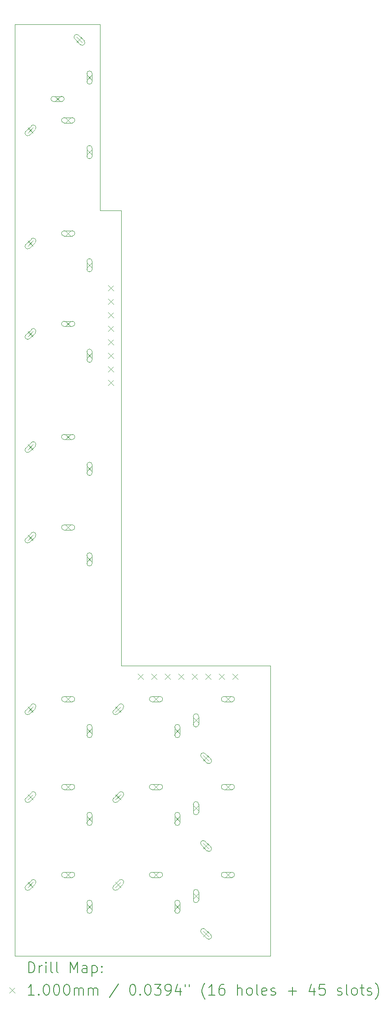
<source format=gbr>
%TF.GenerationSoftware,KiCad,Pcbnew,9.0.0*%
%TF.CreationDate,2025-03-15T22:53:49+01:00*%
%TF.ProjectId,DMH_Multiverter_Mk2_PCB_Conn,444d485f-4d75-46c7-9469-766572746572,1*%
%TF.SameCoordinates,Original*%
%TF.FileFunction,Drillmap*%
%TF.FilePolarity,Positive*%
%FSLAX45Y45*%
G04 Gerber Fmt 4.5, Leading zero omitted, Abs format (unit mm)*
G04 Created by KiCad (PCBNEW 9.0.0) date 2025-03-15 22:53:49*
%MOMM*%
%LPD*%
G01*
G04 APERTURE LIST*
%ADD10C,0.050000*%
%ADD11C,0.200000*%
%ADD12C,0.100000*%
G04 APERTURE END LIST*
D10*
X7100000Y-16300000D02*
X9900000Y-16300000D01*
X6700000Y-4250000D02*
X6700000Y-7750000D01*
X5100000Y-21750000D02*
X5100000Y-4250000D01*
X5100000Y-4250000D02*
X6700000Y-4250000D01*
X9900000Y-16300000D02*
X9900000Y-21750000D01*
X7100000Y-16300000D02*
X7100000Y-7750000D01*
X6700000Y-7750000D02*
X7100000Y-7750000D01*
X9900000Y-21750000D02*
X5100000Y-21750000D01*
D11*
D12*
X5340381Y-6190381D02*
X5440381Y-6290381D01*
X5440381Y-6190381D02*
X5340381Y-6290381D01*
X5408059Y-6151993D02*
X5301993Y-6258059D01*
X5372703Y-6328769D02*
G75*
G02*
X5301993Y-6258059I-35355J35355D01*
G01*
X5372703Y-6328769D02*
X5478769Y-6222703D01*
X5478769Y-6222703D02*
G75*
G03*
X5408059Y-6151993I-35355J35355D01*
G01*
X5340381Y-8315381D02*
X5440381Y-8415381D01*
X5440381Y-8315381D02*
X5340381Y-8415381D01*
X5408059Y-8276993D02*
X5301993Y-8383059D01*
X5372703Y-8453769D02*
G75*
G02*
X5301993Y-8383059I-35355J35355D01*
G01*
X5372703Y-8453769D02*
X5478769Y-8347703D01*
X5478769Y-8347703D02*
G75*
G03*
X5408059Y-8276993I-35355J35355D01*
G01*
X5340381Y-10015381D02*
X5440381Y-10115381D01*
X5440381Y-10015381D02*
X5340381Y-10115381D01*
X5408059Y-9976993D02*
X5301993Y-10083059D01*
X5372703Y-10153769D02*
G75*
G02*
X5301993Y-10083059I-35355J35355D01*
G01*
X5372703Y-10153769D02*
X5478769Y-10047703D01*
X5478769Y-10047703D02*
G75*
G03*
X5408059Y-9976993I-35355J35355D01*
G01*
X5340381Y-12140381D02*
X5440381Y-12240381D01*
X5440381Y-12140381D02*
X5340381Y-12240381D01*
X5408059Y-12101993D02*
X5301993Y-12208059D01*
X5372703Y-12278769D02*
G75*
G02*
X5301993Y-12208059I-35355J35355D01*
G01*
X5372703Y-12278769D02*
X5478769Y-12172703D01*
X5478769Y-12172703D02*
G75*
G03*
X5408059Y-12101993I-35355J35355D01*
G01*
X5340381Y-13840381D02*
X5440381Y-13940381D01*
X5440381Y-13840381D02*
X5340381Y-13940381D01*
X5408059Y-13801993D02*
X5301993Y-13908059D01*
X5372703Y-13978769D02*
G75*
G02*
X5301993Y-13908059I-35355J35355D01*
G01*
X5372703Y-13978769D02*
X5478769Y-13872703D01*
X5478769Y-13872703D02*
G75*
G03*
X5408059Y-13801993I-35355J35355D01*
G01*
X5340381Y-17065381D02*
X5440381Y-17165381D01*
X5440381Y-17065381D02*
X5340381Y-17165381D01*
X5408059Y-17026993D02*
X5301993Y-17133059D01*
X5372703Y-17203769D02*
G75*
G02*
X5301993Y-17133059I-35355J35355D01*
G01*
X5372703Y-17203769D02*
X5478769Y-17097703D01*
X5478769Y-17097703D02*
G75*
G03*
X5408059Y-17026993I-35355J35355D01*
G01*
X5340381Y-18715381D02*
X5440381Y-18815381D01*
X5440381Y-18715381D02*
X5340381Y-18815381D01*
X5408059Y-18676993D02*
X5301993Y-18783059D01*
X5372703Y-18853769D02*
G75*
G02*
X5301993Y-18783059I-35355J35355D01*
G01*
X5372703Y-18853769D02*
X5478769Y-18747703D01*
X5478769Y-18747703D02*
G75*
G03*
X5408059Y-18676993I-35355J35355D01*
G01*
X5340381Y-20365381D02*
X5440381Y-20465381D01*
X5440381Y-20365381D02*
X5340381Y-20465381D01*
X5408059Y-20326993D02*
X5301993Y-20433059D01*
X5372703Y-20503769D02*
G75*
G02*
X5301993Y-20433059I-35355J35355D01*
G01*
X5372703Y-20503769D02*
X5478769Y-20397703D01*
X5478769Y-20397703D02*
G75*
G03*
X5408059Y-20326993I-35355J35355D01*
G01*
X5850000Y-5600000D02*
X5950000Y-5700000D01*
X5950000Y-5600000D02*
X5850000Y-5700000D01*
X5975000Y-5600000D02*
X5825000Y-5600000D01*
X5825000Y-5700000D02*
G75*
G02*
X5825000Y-5600000I0J50000D01*
G01*
X5825000Y-5700000D02*
X5975000Y-5700000D01*
X5975000Y-5700000D02*
G75*
G03*
X5975000Y-5600000I0J50000D01*
G01*
X6050000Y-6000000D02*
X6150000Y-6100000D01*
X6150000Y-6000000D02*
X6050000Y-6100000D01*
X6025000Y-6100000D02*
X6175000Y-6100000D01*
X6175000Y-6000000D02*
G75*
G02*
X6175000Y-6100000I0J-50000D01*
G01*
X6175000Y-6000000D02*
X6025000Y-6000000D01*
X6025000Y-6000000D02*
G75*
G03*
X6025000Y-6100000I0J-50000D01*
G01*
X6050000Y-8125000D02*
X6150000Y-8225000D01*
X6150000Y-8125000D02*
X6050000Y-8225000D01*
X6025000Y-8225000D02*
X6175000Y-8225000D01*
X6175000Y-8125000D02*
G75*
G02*
X6175000Y-8225000I0J-50000D01*
G01*
X6175000Y-8125000D02*
X6025000Y-8125000D01*
X6025000Y-8125000D02*
G75*
G03*
X6025000Y-8225000I0J-50000D01*
G01*
X6050000Y-9825000D02*
X6150000Y-9925000D01*
X6150000Y-9825000D02*
X6050000Y-9925000D01*
X6025000Y-9925000D02*
X6175000Y-9925000D01*
X6175000Y-9825000D02*
G75*
G02*
X6175000Y-9925000I0J-50000D01*
G01*
X6175000Y-9825000D02*
X6025000Y-9825000D01*
X6025000Y-9825000D02*
G75*
G03*
X6025000Y-9925000I0J-50000D01*
G01*
X6050000Y-11950000D02*
X6150000Y-12050000D01*
X6150000Y-11950000D02*
X6050000Y-12050000D01*
X6025000Y-12050000D02*
X6175000Y-12050000D01*
X6175000Y-11950000D02*
G75*
G02*
X6175000Y-12050000I0J-50000D01*
G01*
X6175000Y-11950000D02*
X6025000Y-11950000D01*
X6025000Y-11950000D02*
G75*
G03*
X6025000Y-12050000I0J-50000D01*
G01*
X6050000Y-13650000D02*
X6150000Y-13750000D01*
X6150000Y-13650000D02*
X6050000Y-13750000D01*
X6025000Y-13750000D02*
X6175000Y-13750000D01*
X6175000Y-13650000D02*
G75*
G02*
X6175000Y-13750000I0J-50000D01*
G01*
X6175000Y-13650000D02*
X6025000Y-13650000D01*
X6025000Y-13650000D02*
G75*
G03*
X6025000Y-13750000I0J-50000D01*
G01*
X6050000Y-16875000D02*
X6150000Y-16975000D01*
X6150000Y-16875000D02*
X6050000Y-16975000D01*
X6025000Y-16975000D02*
X6175000Y-16975000D01*
X6175000Y-16875000D02*
G75*
G02*
X6175000Y-16975000I0J-50000D01*
G01*
X6175000Y-16875000D02*
X6025000Y-16875000D01*
X6025000Y-16875000D02*
G75*
G03*
X6025000Y-16975000I0J-50000D01*
G01*
X6050000Y-18525000D02*
X6150000Y-18625000D01*
X6150000Y-18525000D02*
X6050000Y-18625000D01*
X6025000Y-18625000D02*
X6175000Y-18625000D01*
X6175000Y-18525000D02*
G75*
G02*
X6175000Y-18625000I0J-50000D01*
G01*
X6175000Y-18525000D02*
X6025000Y-18525000D01*
X6025000Y-18525000D02*
G75*
G03*
X6025000Y-18625000I0J-50000D01*
G01*
X6050000Y-20175000D02*
X6150000Y-20275000D01*
X6150000Y-20175000D02*
X6050000Y-20275000D01*
X6025000Y-20275000D02*
X6175000Y-20275000D01*
X6175000Y-20175000D02*
G75*
G02*
X6175000Y-20275000I0J-50000D01*
G01*
X6175000Y-20175000D02*
X6025000Y-20175000D01*
X6025000Y-20175000D02*
G75*
G03*
X6025000Y-20275000I0J-50000D01*
G01*
X6259619Y-4490381D02*
X6359619Y-4590381D01*
X6359619Y-4490381D02*
X6259619Y-4590381D01*
X6398007Y-4558059D02*
X6291941Y-4451993D01*
X6221231Y-4522703D02*
G75*
G02*
X6291941Y-4451993I35355J35355D01*
G01*
X6221231Y-4522703D02*
X6327297Y-4628769D01*
X6327297Y-4628769D02*
G75*
G03*
X6398007Y-4558059I35355J35355D01*
G01*
X6450000Y-5200000D02*
X6550000Y-5300000D01*
X6550000Y-5200000D02*
X6450000Y-5300000D01*
X6450000Y-5175000D02*
X6450000Y-5325000D01*
X6550000Y-5325000D02*
G75*
G02*
X6450000Y-5325000I-50000J0D01*
G01*
X6550000Y-5325000D02*
X6550000Y-5175000D01*
X6550000Y-5175000D02*
G75*
G03*
X6450000Y-5175000I-50000J0D01*
G01*
X6450000Y-6600000D02*
X6550000Y-6700000D01*
X6550000Y-6600000D02*
X6450000Y-6700000D01*
X6450000Y-6575000D02*
X6450000Y-6725000D01*
X6550000Y-6725000D02*
G75*
G02*
X6450000Y-6725000I-50000J0D01*
G01*
X6550000Y-6725000D02*
X6550000Y-6575000D01*
X6550000Y-6575000D02*
G75*
G03*
X6450000Y-6575000I-50000J0D01*
G01*
X6450000Y-8725000D02*
X6550000Y-8825000D01*
X6550000Y-8725000D02*
X6450000Y-8825000D01*
X6450000Y-8700000D02*
X6450000Y-8850000D01*
X6550000Y-8850000D02*
G75*
G02*
X6450000Y-8850000I-50000J0D01*
G01*
X6550000Y-8850000D02*
X6550000Y-8700000D01*
X6550000Y-8700000D02*
G75*
G03*
X6450000Y-8700000I-50000J0D01*
G01*
X6450000Y-10425000D02*
X6550000Y-10525000D01*
X6550000Y-10425000D02*
X6450000Y-10525000D01*
X6450000Y-10400000D02*
X6450000Y-10550000D01*
X6550000Y-10550000D02*
G75*
G02*
X6450000Y-10550000I-50000J0D01*
G01*
X6550000Y-10550000D02*
X6550000Y-10400000D01*
X6550000Y-10400000D02*
G75*
G03*
X6450000Y-10400000I-50000J0D01*
G01*
X6450000Y-12550000D02*
X6550000Y-12650000D01*
X6550000Y-12550000D02*
X6450000Y-12650000D01*
X6450000Y-12525000D02*
X6450000Y-12675000D01*
X6550000Y-12675000D02*
G75*
G02*
X6450000Y-12675000I-50000J0D01*
G01*
X6550000Y-12675000D02*
X6550000Y-12525000D01*
X6550000Y-12525000D02*
G75*
G03*
X6450000Y-12525000I-50000J0D01*
G01*
X6450000Y-14250000D02*
X6550000Y-14350000D01*
X6550000Y-14250000D02*
X6450000Y-14350000D01*
X6450000Y-14225000D02*
X6450000Y-14375000D01*
X6550000Y-14375000D02*
G75*
G02*
X6450000Y-14375000I-50000J0D01*
G01*
X6550000Y-14375000D02*
X6550000Y-14225000D01*
X6550000Y-14225000D02*
G75*
G03*
X6450000Y-14225000I-50000J0D01*
G01*
X6450000Y-17475000D02*
X6550000Y-17575000D01*
X6550000Y-17475000D02*
X6450000Y-17575000D01*
X6450000Y-17450000D02*
X6450000Y-17600000D01*
X6550000Y-17600000D02*
G75*
G02*
X6450000Y-17600000I-50000J0D01*
G01*
X6550000Y-17600000D02*
X6550000Y-17450000D01*
X6550000Y-17450000D02*
G75*
G03*
X6450000Y-17450000I-50000J0D01*
G01*
X6450000Y-19125000D02*
X6550000Y-19225000D01*
X6550000Y-19125000D02*
X6450000Y-19225000D01*
X6450000Y-19100000D02*
X6450000Y-19250000D01*
X6550000Y-19250000D02*
G75*
G02*
X6450000Y-19250000I-50000J0D01*
G01*
X6550000Y-19250000D02*
X6550000Y-19100000D01*
X6550000Y-19100000D02*
G75*
G03*
X6450000Y-19100000I-50000J0D01*
G01*
X6450000Y-20775000D02*
X6550000Y-20875000D01*
X6550000Y-20775000D02*
X6450000Y-20875000D01*
X6450000Y-20750000D02*
X6450000Y-20900000D01*
X6550000Y-20900000D02*
G75*
G02*
X6450000Y-20900000I-50000J0D01*
G01*
X6550000Y-20900000D02*
X6550000Y-20750000D01*
X6550000Y-20750000D02*
G75*
G03*
X6450000Y-20750000I-50000J0D01*
G01*
X6850000Y-9150000D02*
X6950000Y-9250000D01*
X6950000Y-9150000D02*
X6850000Y-9250000D01*
X6850000Y-9404000D02*
X6950000Y-9504000D01*
X6950000Y-9404000D02*
X6850000Y-9504000D01*
X6850000Y-9658000D02*
X6950000Y-9758000D01*
X6950000Y-9658000D02*
X6850000Y-9758000D01*
X6850000Y-9912000D02*
X6950000Y-10012000D01*
X6950000Y-9912000D02*
X6850000Y-10012000D01*
X6850000Y-10166000D02*
X6950000Y-10266000D01*
X6950000Y-10166000D02*
X6850000Y-10266000D01*
X6850000Y-10420000D02*
X6950000Y-10520000D01*
X6950000Y-10420000D02*
X6850000Y-10520000D01*
X6850000Y-10674000D02*
X6950000Y-10774000D01*
X6950000Y-10674000D02*
X6850000Y-10774000D01*
X6850000Y-10928000D02*
X6950000Y-11028000D01*
X6950000Y-10928000D02*
X6850000Y-11028000D01*
X6990381Y-17065381D02*
X7090381Y-17165381D01*
X7090381Y-17065381D02*
X6990381Y-17165381D01*
X7058059Y-17026993D02*
X6951993Y-17133059D01*
X7022703Y-17203769D02*
G75*
G02*
X6951993Y-17133059I-35355J35355D01*
G01*
X7022703Y-17203769D02*
X7128769Y-17097703D01*
X7128769Y-17097703D02*
G75*
G03*
X7058059Y-17026993I-35355J35355D01*
G01*
X6990381Y-18715381D02*
X7090381Y-18815381D01*
X7090381Y-18715381D02*
X6990381Y-18815381D01*
X7058059Y-18676993D02*
X6951993Y-18783059D01*
X7022703Y-18853769D02*
G75*
G02*
X6951993Y-18783059I-35355J35355D01*
G01*
X7022703Y-18853769D02*
X7128769Y-18747703D01*
X7128769Y-18747703D02*
G75*
G03*
X7058059Y-18676993I-35355J35355D01*
G01*
X6990381Y-20365381D02*
X7090381Y-20465381D01*
X7090381Y-20365381D02*
X6990381Y-20465381D01*
X7058059Y-20326993D02*
X6951993Y-20433059D01*
X7022703Y-20503769D02*
G75*
G02*
X6951993Y-20433059I-35355J35355D01*
G01*
X7022703Y-20503769D02*
X7128769Y-20397703D01*
X7128769Y-20397703D02*
G75*
G03*
X7058059Y-20326993I-35355J35355D01*
G01*
X7409500Y-16447500D02*
X7509500Y-16547500D01*
X7509500Y-16447500D02*
X7409500Y-16547500D01*
X7663500Y-16447500D02*
X7763500Y-16547500D01*
X7763500Y-16447500D02*
X7663500Y-16547500D01*
X7700000Y-16875000D02*
X7800000Y-16975000D01*
X7800000Y-16875000D02*
X7700000Y-16975000D01*
X7675000Y-16975000D02*
X7825000Y-16975000D01*
X7825000Y-16875000D02*
G75*
G02*
X7825000Y-16975000I0J-50000D01*
G01*
X7825000Y-16875000D02*
X7675000Y-16875000D01*
X7675000Y-16875000D02*
G75*
G03*
X7675000Y-16975000I0J-50000D01*
G01*
X7700000Y-18525000D02*
X7800000Y-18625000D01*
X7800000Y-18525000D02*
X7700000Y-18625000D01*
X7675000Y-18625000D02*
X7825000Y-18625000D01*
X7825000Y-18525000D02*
G75*
G02*
X7825000Y-18625000I0J-50000D01*
G01*
X7825000Y-18525000D02*
X7675000Y-18525000D01*
X7675000Y-18525000D02*
G75*
G03*
X7675000Y-18625000I0J-50000D01*
G01*
X7700000Y-20175000D02*
X7800000Y-20275000D01*
X7800000Y-20175000D02*
X7700000Y-20275000D01*
X7675000Y-20275000D02*
X7825000Y-20275000D01*
X7825000Y-20175000D02*
G75*
G02*
X7825000Y-20275000I0J-50000D01*
G01*
X7825000Y-20175000D02*
X7675000Y-20175000D01*
X7675000Y-20175000D02*
G75*
G03*
X7675000Y-20275000I0J-50000D01*
G01*
X7917500Y-16447500D02*
X8017500Y-16547500D01*
X8017500Y-16447500D02*
X7917500Y-16547500D01*
X8100000Y-17475000D02*
X8200000Y-17575000D01*
X8200000Y-17475000D02*
X8100000Y-17575000D01*
X8100000Y-17450000D02*
X8100000Y-17600000D01*
X8200000Y-17600000D02*
G75*
G02*
X8100000Y-17600000I-50000J0D01*
G01*
X8200000Y-17600000D02*
X8200000Y-17450000D01*
X8200000Y-17450000D02*
G75*
G03*
X8100000Y-17450000I-50000J0D01*
G01*
X8100000Y-19125000D02*
X8200000Y-19225000D01*
X8200000Y-19125000D02*
X8100000Y-19225000D01*
X8100000Y-19100000D02*
X8100000Y-19250000D01*
X8200000Y-19250000D02*
G75*
G02*
X8100000Y-19250000I-50000J0D01*
G01*
X8200000Y-19250000D02*
X8200000Y-19100000D01*
X8200000Y-19100000D02*
G75*
G03*
X8100000Y-19100000I-50000J0D01*
G01*
X8100000Y-20775000D02*
X8200000Y-20875000D01*
X8200000Y-20775000D02*
X8100000Y-20875000D01*
X8100000Y-20750000D02*
X8100000Y-20900000D01*
X8200000Y-20900000D02*
G75*
G02*
X8100000Y-20900000I-50000J0D01*
G01*
X8200000Y-20900000D02*
X8200000Y-20750000D01*
X8200000Y-20750000D02*
G75*
G03*
X8100000Y-20750000I-50000J0D01*
G01*
X8171500Y-16447500D02*
X8271500Y-16547500D01*
X8271500Y-16447500D02*
X8171500Y-16547500D01*
X8425500Y-16447500D02*
X8525500Y-16547500D01*
X8525500Y-16447500D02*
X8425500Y-16547500D01*
X8450000Y-17275000D02*
X8550000Y-17375000D01*
X8550000Y-17275000D02*
X8450000Y-17375000D01*
X8550000Y-17400000D02*
X8550000Y-17250000D01*
X8450000Y-17250000D02*
G75*
G02*
X8550000Y-17250000I50000J0D01*
G01*
X8450000Y-17250000D02*
X8450000Y-17400000D01*
X8450000Y-17400000D02*
G75*
G03*
X8550000Y-17400000I50000J0D01*
G01*
X8450000Y-18925000D02*
X8550000Y-19025000D01*
X8550000Y-18925000D02*
X8450000Y-19025000D01*
X8550000Y-19050000D02*
X8550000Y-18900000D01*
X8450000Y-18900000D02*
G75*
G02*
X8550000Y-18900000I50000J0D01*
G01*
X8450000Y-18900000D02*
X8450000Y-19050000D01*
X8450000Y-19050000D02*
G75*
G03*
X8550000Y-19050000I50000J0D01*
G01*
X8450000Y-20575000D02*
X8550000Y-20675000D01*
X8550000Y-20575000D02*
X8450000Y-20675000D01*
X8550000Y-20700000D02*
X8550000Y-20550000D01*
X8450000Y-20550000D02*
G75*
G02*
X8550000Y-20550000I50000J0D01*
G01*
X8450000Y-20550000D02*
X8450000Y-20700000D01*
X8450000Y-20700000D02*
G75*
G03*
X8550000Y-20700000I50000J0D01*
G01*
X8640381Y-17984619D02*
X8740381Y-18084619D01*
X8740381Y-17984619D02*
X8640381Y-18084619D01*
X8601993Y-18016941D02*
X8708059Y-18123007D01*
X8778769Y-18052297D02*
G75*
G02*
X8708059Y-18123007I-35355J-35355D01*
G01*
X8778769Y-18052297D02*
X8672703Y-17946231D01*
X8672703Y-17946231D02*
G75*
G03*
X8601993Y-18016941I-35355J-35355D01*
G01*
X8640381Y-19634619D02*
X8740381Y-19734619D01*
X8740381Y-19634619D02*
X8640381Y-19734619D01*
X8601993Y-19666941D02*
X8708059Y-19773007D01*
X8778769Y-19702297D02*
G75*
G02*
X8708059Y-19773007I-35355J-35355D01*
G01*
X8778769Y-19702297D02*
X8672703Y-19596231D01*
X8672703Y-19596231D02*
G75*
G03*
X8601993Y-19666941I-35355J-35355D01*
G01*
X8640381Y-21284619D02*
X8740381Y-21384619D01*
X8740381Y-21284619D02*
X8640381Y-21384619D01*
X8601993Y-21316941D02*
X8708059Y-21423007D01*
X8778769Y-21352297D02*
G75*
G02*
X8708059Y-21423007I-35355J-35355D01*
G01*
X8778769Y-21352297D02*
X8672703Y-21246231D01*
X8672703Y-21246231D02*
G75*
G03*
X8601993Y-21316941I-35355J-35355D01*
G01*
X8679500Y-16447500D02*
X8779500Y-16547500D01*
X8779500Y-16447500D02*
X8679500Y-16547500D01*
X8933500Y-16447500D02*
X9033500Y-16547500D01*
X9033500Y-16447500D02*
X8933500Y-16547500D01*
X9050000Y-16875000D02*
X9150000Y-16975000D01*
X9150000Y-16875000D02*
X9050000Y-16975000D01*
X9025000Y-16975000D02*
X9175000Y-16975000D01*
X9175000Y-16875000D02*
G75*
G02*
X9175000Y-16975000I0J-50000D01*
G01*
X9175000Y-16875000D02*
X9025000Y-16875000D01*
X9025000Y-16875000D02*
G75*
G03*
X9025000Y-16975000I0J-50000D01*
G01*
X9050000Y-18525000D02*
X9150000Y-18625000D01*
X9150000Y-18525000D02*
X9050000Y-18625000D01*
X9025000Y-18625000D02*
X9175000Y-18625000D01*
X9175000Y-18525000D02*
G75*
G02*
X9175000Y-18625000I0J-50000D01*
G01*
X9175000Y-18525000D02*
X9025000Y-18525000D01*
X9025000Y-18525000D02*
G75*
G03*
X9025000Y-18625000I0J-50000D01*
G01*
X9050000Y-20175000D02*
X9150000Y-20275000D01*
X9150000Y-20175000D02*
X9050000Y-20275000D01*
X9025000Y-20275000D02*
X9175000Y-20275000D01*
X9175000Y-20175000D02*
G75*
G02*
X9175000Y-20275000I0J-50000D01*
G01*
X9175000Y-20175000D02*
X9025000Y-20175000D01*
X9025000Y-20175000D02*
G75*
G03*
X9025000Y-20275000I0J-50000D01*
G01*
X9187500Y-16447500D02*
X9287500Y-16547500D01*
X9287500Y-16447500D02*
X9187500Y-16547500D01*
D11*
X5358277Y-22063984D02*
X5358277Y-21863984D01*
X5358277Y-21863984D02*
X5405896Y-21863984D01*
X5405896Y-21863984D02*
X5434467Y-21873508D01*
X5434467Y-21873508D02*
X5453515Y-21892555D01*
X5453515Y-21892555D02*
X5463039Y-21911603D01*
X5463039Y-21911603D02*
X5472563Y-21949698D01*
X5472563Y-21949698D02*
X5472563Y-21978270D01*
X5472563Y-21978270D02*
X5463039Y-22016365D01*
X5463039Y-22016365D02*
X5453515Y-22035412D01*
X5453515Y-22035412D02*
X5434467Y-22054460D01*
X5434467Y-22054460D02*
X5405896Y-22063984D01*
X5405896Y-22063984D02*
X5358277Y-22063984D01*
X5558277Y-22063984D02*
X5558277Y-21930650D01*
X5558277Y-21968746D02*
X5567801Y-21949698D01*
X5567801Y-21949698D02*
X5577324Y-21940174D01*
X5577324Y-21940174D02*
X5596372Y-21930650D01*
X5596372Y-21930650D02*
X5615420Y-21930650D01*
X5682086Y-22063984D02*
X5682086Y-21930650D01*
X5682086Y-21863984D02*
X5672562Y-21873508D01*
X5672562Y-21873508D02*
X5682086Y-21883031D01*
X5682086Y-21883031D02*
X5691610Y-21873508D01*
X5691610Y-21873508D02*
X5682086Y-21863984D01*
X5682086Y-21863984D02*
X5682086Y-21883031D01*
X5805896Y-22063984D02*
X5786848Y-22054460D01*
X5786848Y-22054460D02*
X5777324Y-22035412D01*
X5777324Y-22035412D02*
X5777324Y-21863984D01*
X5910658Y-22063984D02*
X5891610Y-22054460D01*
X5891610Y-22054460D02*
X5882086Y-22035412D01*
X5882086Y-22035412D02*
X5882086Y-21863984D01*
X6139229Y-22063984D02*
X6139229Y-21863984D01*
X6139229Y-21863984D02*
X6205896Y-22006841D01*
X6205896Y-22006841D02*
X6272562Y-21863984D01*
X6272562Y-21863984D02*
X6272562Y-22063984D01*
X6453515Y-22063984D02*
X6453515Y-21959222D01*
X6453515Y-21959222D02*
X6443991Y-21940174D01*
X6443991Y-21940174D02*
X6424943Y-21930650D01*
X6424943Y-21930650D02*
X6386848Y-21930650D01*
X6386848Y-21930650D02*
X6367801Y-21940174D01*
X6453515Y-22054460D02*
X6434467Y-22063984D01*
X6434467Y-22063984D02*
X6386848Y-22063984D01*
X6386848Y-22063984D02*
X6367801Y-22054460D01*
X6367801Y-22054460D02*
X6358277Y-22035412D01*
X6358277Y-22035412D02*
X6358277Y-22016365D01*
X6358277Y-22016365D02*
X6367801Y-21997317D01*
X6367801Y-21997317D02*
X6386848Y-21987793D01*
X6386848Y-21987793D02*
X6434467Y-21987793D01*
X6434467Y-21987793D02*
X6453515Y-21978270D01*
X6548753Y-21930650D02*
X6548753Y-22130650D01*
X6548753Y-21940174D02*
X6567801Y-21930650D01*
X6567801Y-21930650D02*
X6605896Y-21930650D01*
X6605896Y-21930650D02*
X6624943Y-21940174D01*
X6624943Y-21940174D02*
X6634467Y-21949698D01*
X6634467Y-21949698D02*
X6643991Y-21968746D01*
X6643991Y-21968746D02*
X6643991Y-22025889D01*
X6643991Y-22025889D02*
X6634467Y-22044936D01*
X6634467Y-22044936D02*
X6624943Y-22054460D01*
X6624943Y-22054460D02*
X6605896Y-22063984D01*
X6605896Y-22063984D02*
X6567801Y-22063984D01*
X6567801Y-22063984D02*
X6548753Y-22054460D01*
X6729705Y-22044936D02*
X6739229Y-22054460D01*
X6739229Y-22054460D02*
X6729705Y-22063984D01*
X6729705Y-22063984D02*
X6720182Y-22054460D01*
X6720182Y-22054460D02*
X6729705Y-22044936D01*
X6729705Y-22044936D02*
X6729705Y-22063984D01*
X6729705Y-21940174D02*
X6739229Y-21949698D01*
X6739229Y-21949698D02*
X6729705Y-21959222D01*
X6729705Y-21959222D02*
X6720182Y-21949698D01*
X6720182Y-21949698D02*
X6729705Y-21940174D01*
X6729705Y-21940174D02*
X6729705Y-21959222D01*
D12*
X4997500Y-22342500D02*
X5097500Y-22442500D01*
X5097500Y-22342500D02*
X4997500Y-22442500D01*
D11*
X5463039Y-22483984D02*
X5348753Y-22483984D01*
X5405896Y-22483984D02*
X5405896Y-22283984D01*
X5405896Y-22283984D02*
X5386848Y-22312555D01*
X5386848Y-22312555D02*
X5367801Y-22331603D01*
X5367801Y-22331603D02*
X5348753Y-22341127D01*
X5548753Y-22464936D02*
X5558277Y-22474460D01*
X5558277Y-22474460D02*
X5548753Y-22483984D01*
X5548753Y-22483984D02*
X5539229Y-22474460D01*
X5539229Y-22474460D02*
X5548753Y-22464936D01*
X5548753Y-22464936D02*
X5548753Y-22483984D01*
X5682086Y-22283984D02*
X5701134Y-22283984D01*
X5701134Y-22283984D02*
X5720182Y-22293508D01*
X5720182Y-22293508D02*
X5729705Y-22303031D01*
X5729705Y-22303031D02*
X5739229Y-22322079D01*
X5739229Y-22322079D02*
X5748753Y-22360174D01*
X5748753Y-22360174D02*
X5748753Y-22407793D01*
X5748753Y-22407793D02*
X5739229Y-22445888D01*
X5739229Y-22445888D02*
X5729705Y-22464936D01*
X5729705Y-22464936D02*
X5720182Y-22474460D01*
X5720182Y-22474460D02*
X5701134Y-22483984D01*
X5701134Y-22483984D02*
X5682086Y-22483984D01*
X5682086Y-22483984D02*
X5663039Y-22474460D01*
X5663039Y-22474460D02*
X5653515Y-22464936D01*
X5653515Y-22464936D02*
X5643991Y-22445888D01*
X5643991Y-22445888D02*
X5634467Y-22407793D01*
X5634467Y-22407793D02*
X5634467Y-22360174D01*
X5634467Y-22360174D02*
X5643991Y-22322079D01*
X5643991Y-22322079D02*
X5653515Y-22303031D01*
X5653515Y-22303031D02*
X5663039Y-22293508D01*
X5663039Y-22293508D02*
X5682086Y-22283984D01*
X5872562Y-22283984D02*
X5891610Y-22283984D01*
X5891610Y-22283984D02*
X5910658Y-22293508D01*
X5910658Y-22293508D02*
X5920182Y-22303031D01*
X5920182Y-22303031D02*
X5929705Y-22322079D01*
X5929705Y-22322079D02*
X5939229Y-22360174D01*
X5939229Y-22360174D02*
X5939229Y-22407793D01*
X5939229Y-22407793D02*
X5929705Y-22445888D01*
X5929705Y-22445888D02*
X5920182Y-22464936D01*
X5920182Y-22464936D02*
X5910658Y-22474460D01*
X5910658Y-22474460D02*
X5891610Y-22483984D01*
X5891610Y-22483984D02*
X5872562Y-22483984D01*
X5872562Y-22483984D02*
X5853515Y-22474460D01*
X5853515Y-22474460D02*
X5843991Y-22464936D01*
X5843991Y-22464936D02*
X5834467Y-22445888D01*
X5834467Y-22445888D02*
X5824943Y-22407793D01*
X5824943Y-22407793D02*
X5824943Y-22360174D01*
X5824943Y-22360174D02*
X5834467Y-22322079D01*
X5834467Y-22322079D02*
X5843991Y-22303031D01*
X5843991Y-22303031D02*
X5853515Y-22293508D01*
X5853515Y-22293508D02*
X5872562Y-22283984D01*
X6063039Y-22283984D02*
X6082086Y-22283984D01*
X6082086Y-22283984D02*
X6101134Y-22293508D01*
X6101134Y-22293508D02*
X6110658Y-22303031D01*
X6110658Y-22303031D02*
X6120182Y-22322079D01*
X6120182Y-22322079D02*
X6129705Y-22360174D01*
X6129705Y-22360174D02*
X6129705Y-22407793D01*
X6129705Y-22407793D02*
X6120182Y-22445888D01*
X6120182Y-22445888D02*
X6110658Y-22464936D01*
X6110658Y-22464936D02*
X6101134Y-22474460D01*
X6101134Y-22474460D02*
X6082086Y-22483984D01*
X6082086Y-22483984D02*
X6063039Y-22483984D01*
X6063039Y-22483984D02*
X6043991Y-22474460D01*
X6043991Y-22474460D02*
X6034467Y-22464936D01*
X6034467Y-22464936D02*
X6024943Y-22445888D01*
X6024943Y-22445888D02*
X6015420Y-22407793D01*
X6015420Y-22407793D02*
X6015420Y-22360174D01*
X6015420Y-22360174D02*
X6024943Y-22322079D01*
X6024943Y-22322079D02*
X6034467Y-22303031D01*
X6034467Y-22303031D02*
X6043991Y-22293508D01*
X6043991Y-22293508D02*
X6063039Y-22283984D01*
X6215420Y-22483984D02*
X6215420Y-22350650D01*
X6215420Y-22369698D02*
X6224943Y-22360174D01*
X6224943Y-22360174D02*
X6243991Y-22350650D01*
X6243991Y-22350650D02*
X6272563Y-22350650D01*
X6272563Y-22350650D02*
X6291610Y-22360174D01*
X6291610Y-22360174D02*
X6301134Y-22379222D01*
X6301134Y-22379222D02*
X6301134Y-22483984D01*
X6301134Y-22379222D02*
X6310658Y-22360174D01*
X6310658Y-22360174D02*
X6329705Y-22350650D01*
X6329705Y-22350650D02*
X6358277Y-22350650D01*
X6358277Y-22350650D02*
X6377324Y-22360174D01*
X6377324Y-22360174D02*
X6386848Y-22379222D01*
X6386848Y-22379222D02*
X6386848Y-22483984D01*
X6482086Y-22483984D02*
X6482086Y-22350650D01*
X6482086Y-22369698D02*
X6491610Y-22360174D01*
X6491610Y-22360174D02*
X6510658Y-22350650D01*
X6510658Y-22350650D02*
X6539229Y-22350650D01*
X6539229Y-22350650D02*
X6558277Y-22360174D01*
X6558277Y-22360174D02*
X6567801Y-22379222D01*
X6567801Y-22379222D02*
X6567801Y-22483984D01*
X6567801Y-22379222D02*
X6577324Y-22360174D01*
X6577324Y-22360174D02*
X6596372Y-22350650D01*
X6596372Y-22350650D02*
X6624943Y-22350650D01*
X6624943Y-22350650D02*
X6643991Y-22360174D01*
X6643991Y-22360174D02*
X6653515Y-22379222D01*
X6653515Y-22379222D02*
X6653515Y-22483984D01*
X7043991Y-22274460D02*
X6872563Y-22531603D01*
X7301134Y-22283984D02*
X7320182Y-22283984D01*
X7320182Y-22283984D02*
X7339229Y-22293508D01*
X7339229Y-22293508D02*
X7348753Y-22303031D01*
X7348753Y-22303031D02*
X7358277Y-22322079D01*
X7358277Y-22322079D02*
X7367801Y-22360174D01*
X7367801Y-22360174D02*
X7367801Y-22407793D01*
X7367801Y-22407793D02*
X7358277Y-22445888D01*
X7358277Y-22445888D02*
X7348753Y-22464936D01*
X7348753Y-22464936D02*
X7339229Y-22474460D01*
X7339229Y-22474460D02*
X7320182Y-22483984D01*
X7320182Y-22483984D02*
X7301134Y-22483984D01*
X7301134Y-22483984D02*
X7282086Y-22474460D01*
X7282086Y-22474460D02*
X7272563Y-22464936D01*
X7272563Y-22464936D02*
X7263039Y-22445888D01*
X7263039Y-22445888D02*
X7253515Y-22407793D01*
X7253515Y-22407793D02*
X7253515Y-22360174D01*
X7253515Y-22360174D02*
X7263039Y-22322079D01*
X7263039Y-22322079D02*
X7272563Y-22303031D01*
X7272563Y-22303031D02*
X7282086Y-22293508D01*
X7282086Y-22293508D02*
X7301134Y-22283984D01*
X7453515Y-22464936D02*
X7463039Y-22474460D01*
X7463039Y-22474460D02*
X7453515Y-22483984D01*
X7453515Y-22483984D02*
X7443991Y-22474460D01*
X7443991Y-22474460D02*
X7453515Y-22464936D01*
X7453515Y-22464936D02*
X7453515Y-22483984D01*
X7586848Y-22283984D02*
X7605896Y-22283984D01*
X7605896Y-22283984D02*
X7624944Y-22293508D01*
X7624944Y-22293508D02*
X7634467Y-22303031D01*
X7634467Y-22303031D02*
X7643991Y-22322079D01*
X7643991Y-22322079D02*
X7653515Y-22360174D01*
X7653515Y-22360174D02*
X7653515Y-22407793D01*
X7653515Y-22407793D02*
X7643991Y-22445888D01*
X7643991Y-22445888D02*
X7634467Y-22464936D01*
X7634467Y-22464936D02*
X7624944Y-22474460D01*
X7624944Y-22474460D02*
X7605896Y-22483984D01*
X7605896Y-22483984D02*
X7586848Y-22483984D01*
X7586848Y-22483984D02*
X7567801Y-22474460D01*
X7567801Y-22474460D02*
X7558277Y-22464936D01*
X7558277Y-22464936D02*
X7548753Y-22445888D01*
X7548753Y-22445888D02*
X7539229Y-22407793D01*
X7539229Y-22407793D02*
X7539229Y-22360174D01*
X7539229Y-22360174D02*
X7548753Y-22322079D01*
X7548753Y-22322079D02*
X7558277Y-22303031D01*
X7558277Y-22303031D02*
X7567801Y-22293508D01*
X7567801Y-22293508D02*
X7586848Y-22283984D01*
X7720182Y-22283984D02*
X7843991Y-22283984D01*
X7843991Y-22283984D02*
X7777325Y-22360174D01*
X7777325Y-22360174D02*
X7805896Y-22360174D01*
X7805896Y-22360174D02*
X7824944Y-22369698D01*
X7824944Y-22369698D02*
X7834467Y-22379222D01*
X7834467Y-22379222D02*
X7843991Y-22398269D01*
X7843991Y-22398269D02*
X7843991Y-22445888D01*
X7843991Y-22445888D02*
X7834467Y-22464936D01*
X7834467Y-22464936D02*
X7824944Y-22474460D01*
X7824944Y-22474460D02*
X7805896Y-22483984D01*
X7805896Y-22483984D02*
X7748753Y-22483984D01*
X7748753Y-22483984D02*
X7729706Y-22474460D01*
X7729706Y-22474460D02*
X7720182Y-22464936D01*
X7939229Y-22483984D02*
X7977325Y-22483984D01*
X7977325Y-22483984D02*
X7996372Y-22474460D01*
X7996372Y-22474460D02*
X8005896Y-22464936D01*
X8005896Y-22464936D02*
X8024944Y-22436365D01*
X8024944Y-22436365D02*
X8034467Y-22398269D01*
X8034467Y-22398269D02*
X8034467Y-22322079D01*
X8034467Y-22322079D02*
X8024944Y-22303031D01*
X8024944Y-22303031D02*
X8015420Y-22293508D01*
X8015420Y-22293508D02*
X7996372Y-22283984D01*
X7996372Y-22283984D02*
X7958277Y-22283984D01*
X7958277Y-22283984D02*
X7939229Y-22293508D01*
X7939229Y-22293508D02*
X7929706Y-22303031D01*
X7929706Y-22303031D02*
X7920182Y-22322079D01*
X7920182Y-22322079D02*
X7920182Y-22369698D01*
X7920182Y-22369698D02*
X7929706Y-22388746D01*
X7929706Y-22388746D02*
X7939229Y-22398269D01*
X7939229Y-22398269D02*
X7958277Y-22407793D01*
X7958277Y-22407793D02*
X7996372Y-22407793D01*
X7996372Y-22407793D02*
X8015420Y-22398269D01*
X8015420Y-22398269D02*
X8024944Y-22388746D01*
X8024944Y-22388746D02*
X8034467Y-22369698D01*
X8205896Y-22350650D02*
X8205896Y-22483984D01*
X8158277Y-22274460D02*
X8110658Y-22417317D01*
X8110658Y-22417317D02*
X8234467Y-22417317D01*
X8301134Y-22283984D02*
X8301134Y-22322079D01*
X8377325Y-22283984D02*
X8377325Y-22322079D01*
X8672563Y-22560174D02*
X8663039Y-22550650D01*
X8663039Y-22550650D02*
X8643991Y-22522079D01*
X8643991Y-22522079D02*
X8634468Y-22503031D01*
X8634468Y-22503031D02*
X8624944Y-22474460D01*
X8624944Y-22474460D02*
X8615420Y-22426841D01*
X8615420Y-22426841D02*
X8615420Y-22388746D01*
X8615420Y-22388746D02*
X8624944Y-22341127D01*
X8624944Y-22341127D02*
X8634468Y-22312555D01*
X8634468Y-22312555D02*
X8643991Y-22293508D01*
X8643991Y-22293508D02*
X8663039Y-22264936D01*
X8663039Y-22264936D02*
X8672563Y-22255412D01*
X8853515Y-22483984D02*
X8739230Y-22483984D01*
X8796372Y-22483984D02*
X8796372Y-22283984D01*
X8796372Y-22283984D02*
X8777325Y-22312555D01*
X8777325Y-22312555D02*
X8758277Y-22331603D01*
X8758277Y-22331603D02*
X8739230Y-22341127D01*
X9024944Y-22283984D02*
X8986849Y-22283984D01*
X8986849Y-22283984D02*
X8967801Y-22293508D01*
X8967801Y-22293508D02*
X8958277Y-22303031D01*
X8958277Y-22303031D02*
X8939230Y-22331603D01*
X8939230Y-22331603D02*
X8929706Y-22369698D01*
X8929706Y-22369698D02*
X8929706Y-22445888D01*
X8929706Y-22445888D02*
X8939230Y-22464936D01*
X8939230Y-22464936D02*
X8948753Y-22474460D01*
X8948753Y-22474460D02*
X8967801Y-22483984D01*
X8967801Y-22483984D02*
X9005896Y-22483984D01*
X9005896Y-22483984D02*
X9024944Y-22474460D01*
X9024944Y-22474460D02*
X9034468Y-22464936D01*
X9034468Y-22464936D02*
X9043991Y-22445888D01*
X9043991Y-22445888D02*
X9043991Y-22398269D01*
X9043991Y-22398269D02*
X9034468Y-22379222D01*
X9034468Y-22379222D02*
X9024944Y-22369698D01*
X9024944Y-22369698D02*
X9005896Y-22360174D01*
X9005896Y-22360174D02*
X8967801Y-22360174D01*
X8967801Y-22360174D02*
X8948753Y-22369698D01*
X8948753Y-22369698D02*
X8939230Y-22379222D01*
X8939230Y-22379222D02*
X8929706Y-22398269D01*
X9282087Y-22483984D02*
X9282087Y-22283984D01*
X9367801Y-22483984D02*
X9367801Y-22379222D01*
X9367801Y-22379222D02*
X9358277Y-22360174D01*
X9358277Y-22360174D02*
X9339230Y-22350650D01*
X9339230Y-22350650D02*
X9310658Y-22350650D01*
X9310658Y-22350650D02*
X9291611Y-22360174D01*
X9291611Y-22360174D02*
X9282087Y-22369698D01*
X9491611Y-22483984D02*
X9472563Y-22474460D01*
X9472563Y-22474460D02*
X9463039Y-22464936D01*
X9463039Y-22464936D02*
X9453515Y-22445888D01*
X9453515Y-22445888D02*
X9453515Y-22388746D01*
X9453515Y-22388746D02*
X9463039Y-22369698D01*
X9463039Y-22369698D02*
X9472563Y-22360174D01*
X9472563Y-22360174D02*
X9491611Y-22350650D01*
X9491611Y-22350650D02*
X9520182Y-22350650D01*
X9520182Y-22350650D02*
X9539230Y-22360174D01*
X9539230Y-22360174D02*
X9548753Y-22369698D01*
X9548753Y-22369698D02*
X9558277Y-22388746D01*
X9558277Y-22388746D02*
X9558277Y-22445888D01*
X9558277Y-22445888D02*
X9548753Y-22464936D01*
X9548753Y-22464936D02*
X9539230Y-22474460D01*
X9539230Y-22474460D02*
X9520182Y-22483984D01*
X9520182Y-22483984D02*
X9491611Y-22483984D01*
X9672563Y-22483984D02*
X9653515Y-22474460D01*
X9653515Y-22474460D02*
X9643992Y-22455412D01*
X9643992Y-22455412D02*
X9643992Y-22283984D01*
X9824944Y-22474460D02*
X9805896Y-22483984D01*
X9805896Y-22483984D02*
X9767801Y-22483984D01*
X9767801Y-22483984D02*
X9748753Y-22474460D01*
X9748753Y-22474460D02*
X9739230Y-22455412D01*
X9739230Y-22455412D02*
X9739230Y-22379222D01*
X9739230Y-22379222D02*
X9748753Y-22360174D01*
X9748753Y-22360174D02*
X9767801Y-22350650D01*
X9767801Y-22350650D02*
X9805896Y-22350650D01*
X9805896Y-22350650D02*
X9824944Y-22360174D01*
X9824944Y-22360174D02*
X9834468Y-22379222D01*
X9834468Y-22379222D02*
X9834468Y-22398269D01*
X9834468Y-22398269D02*
X9739230Y-22417317D01*
X9910658Y-22474460D02*
X9929706Y-22483984D01*
X9929706Y-22483984D02*
X9967801Y-22483984D01*
X9967801Y-22483984D02*
X9986849Y-22474460D01*
X9986849Y-22474460D02*
X9996373Y-22455412D01*
X9996373Y-22455412D02*
X9996373Y-22445888D01*
X9996373Y-22445888D02*
X9986849Y-22426841D01*
X9986849Y-22426841D02*
X9967801Y-22417317D01*
X9967801Y-22417317D02*
X9939230Y-22417317D01*
X9939230Y-22417317D02*
X9920182Y-22407793D01*
X9920182Y-22407793D02*
X9910658Y-22388746D01*
X9910658Y-22388746D02*
X9910658Y-22379222D01*
X9910658Y-22379222D02*
X9920182Y-22360174D01*
X9920182Y-22360174D02*
X9939230Y-22350650D01*
X9939230Y-22350650D02*
X9967801Y-22350650D01*
X9967801Y-22350650D02*
X9986849Y-22360174D01*
X10234468Y-22407793D02*
X10386849Y-22407793D01*
X10310658Y-22483984D02*
X10310658Y-22331603D01*
X10720182Y-22350650D02*
X10720182Y-22483984D01*
X10672563Y-22274460D02*
X10624944Y-22417317D01*
X10624944Y-22417317D02*
X10748754Y-22417317D01*
X10920182Y-22283984D02*
X10824944Y-22283984D01*
X10824944Y-22283984D02*
X10815420Y-22379222D01*
X10815420Y-22379222D02*
X10824944Y-22369698D01*
X10824944Y-22369698D02*
X10843992Y-22360174D01*
X10843992Y-22360174D02*
X10891611Y-22360174D01*
X10891611Y-22360174D02*
X10910658Y-22369698D01*
X10910658Y-22369698D02*
X10920182Y-22379222D01*
X10920182Y-22379222D02*
X10929706Y-22398269D01*
X10929706Y-22398269D02*
X10929706Y-22445888D01*
X10929706Y-22445888D02*
X10920182Y-22464936D01*
X10920182Y-22464936D02*
X10910658Y-22474460D01*
X10910658Y-22474460D02*
X10891611Y-22483984D01*
X10891611Y-22483984D02*
X10843992Y-22483984D01*
X10843992Y-22483984D02*
X10824944Y-22474460D01*
X10824944Y-22474460D02*
X10815420Y-22464936D01*
X11158277Y-22474460D02*
X11177325Y-22483984D01*
X11177325Y-22483984D02*
X11215420Y-22483984D01*
X11215420Y-22483984D02*
X11234468Y-22474460D01*
X11234468Y-22474460D02*
X11243992Y-22455412D01*
X11243992Y-22455412D02*
X11243992Y-22445888D01*
X11243992Y-22445888D02*
X11234468Y-22426841D01*
X11234468Y-22426841D02*
X11215420Y-22417317D01*
X11215420Y-22417317D02*
X11186849Y-22417317D01*
X11186849Y-22417317D02*
X11167801Y-22407793D01*
X11167801Y-22407793D02*
X11158277Y-22388746D01*
X11158277Y-22388746D02*
X11158277Y-22379222D01*
X11158277Y-22379222D02*
X11167801Y-22360174D01*
X11167801Y-22360174D02*
X11186849Y-22350650D01*
X11186849Y-22350650D02*
X11215420Y-22350650D01*
X11215420Y-22350650D02*
X11234468Y-22360174D01*
X11358277Y-22483984D02*
X11339230Y-22474460D01*
X11339230Y-22474460D02*
X11329706Y-22455412D01*
X11329706Y-22455412D02*
X11329706Y-22283984D01*
X11463039Y-22483984D02*
X11443992Y-22474460D01*
X11443992Y-22474460D02*
X11434468Y-22464936D01*
X11434468Y-22464936D02*
X11424944Y-22445888D01*
X11424944Y-22445888D02*
X11424944Y-22388746D01*
X11424944Y-22388746D02*
X11434468Y-22369698D01*
X11434468Y-22369698D02*
X11443992Y-22360174D01*
X11443992Y-22360174D02*
X11463039Y-22350650D01*
X11463039Y-22350650D02*
X11491611Y-22350650D01*
X11491611Y-22350650D02*
X11510658Y-22360174D01*
X11510658Y-22360174D02*
X11520182Y-22369698D01*
X11520182Y-22369698D02*
X11529706Y-22388746D01*
X11529706Y-22388746D02*
X11529706Y-22445888D01*
X11529706Y-22445888D02*
X11520182Y-22464936D01*
X11520182Y-22464936D02*
X11510658Y-22474460D01*
X11510658Y-22474460D02*
X11491611Y-22483984D01*
X11491611Y-22483984D02*
X11463039Y-22483984D01*
X11586849Y-22350650D02*
X11663039Y-22350650D01*
X11615420Y-22283984D02*
X11615420Y-22455412D01*
X11615420Y-22455412D02*
X11624944Y-22474460D01*
X11624944Y-22474460D02*
X11643992Y-22483984D01*
X11643992Y-22483984D02*
X11663039Y-22483984D01*
X11720182Y-22474460D02*
X11739230Y-22483984D01*
X11739230Y-22483984D02*
X11777325Y-22483984D01*
X11777325Y-22483984D02*
X11796373Y-22474460D01*
X11796373Y-22474460D02*
X11805896Y-22455412D01*
X11805896Y-22455412D02*
X11805896Y-22445888D01*
X11805896Y-22445888D02*
X11796373Y-22426841D01*
X11796373Y-22426841D02*
X11777325Y-22417317D01*
X11777325Y-22417317D02*
X11748754Y-22417317D01*
X11748754Y-22417317D02*
X11729706Y-22407793D01*
X11729706Y-22407793D02*
X11720182Y-22388746D01*
X11720182Y-22388746D02*
X11720182Y-22379222D01*
X11720182Y-22379222D02*
X11729706Y-22360174D01*
X11729706Y-22360174D02*
X11748754Y-22350650D01*
X11748754Y-22350650D02*
X11777325Y-22350650D01*
X11777325Y-22350650D02*
X11796373Y-22360174D01*
X11872563Y-22560174D02*
X11882087Y-22550650D01*
X11882087Y-22550650D02*
X11901135Y-22522079D01*
X11901135Y-22522079D02*
X11910658Y-22503031D01*
X11910658Y-22503031D02*
X11920182Y-22474460D01*
X11920182Y-22474460D02*
X11929706Y-22426841D01*
X11929706Y-22426841D02*
X11929706Y-22388746D01*
X11929706Y-22388746D02*
X11920182Y-22341127D01*
X11920182Y-22341127D02*
X11910658Y-22312555D01*
X11910658Y-22312555D02*
X11901135Y-22293508D01*
X11901135Y-22293508D02*
X11882087Y-22264936D01*
X11882087Y-22264936D02*
X11872563Y-22255412D01*
M02*

</source>
